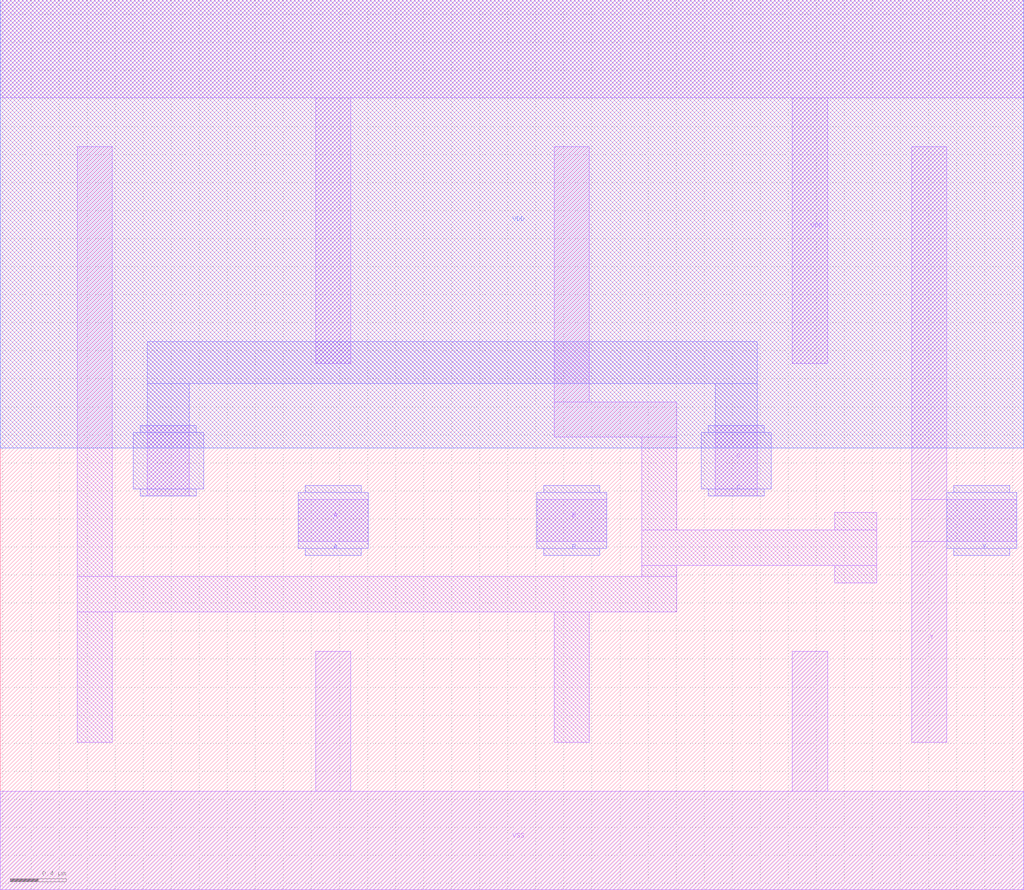
<source format=lef>
VERSION 5.7 ;
  NOWIREEXTENSIONATPIN ON ;
  DIVIDERCHAR "/" ;
  BUSBITCHARS "[]" ;
MACRO maj3
  CLASS BLOCK ;
  FOREIGN maj3 ;
  ORIGIN 1.220 4.645 ;
  SIZE 7.300 BY 6.350 ;
  PIN VDD
    USE POWER ;
    PORT
      LAYER Nwell ;
        RECT -1.220 -1.495 6.080 1.705 ;
      LAYER Metal1 ;
        RECT -1.220 1.005 6.080 1.705 ;
        RECT 1.030 -0.890 1.280 1.005 ;
        RECT 4.430 -0.890 4.680 1.005 ;
    END
  END VDD
  PIN VSS
    USE GROUND ;
    PORT
      LAYER Metal1 ;
        RECT 1.030 -3.945 1.280 -2.945 ;
        RECT 4.430 -3.945 4.680 -2.945 ;
        RECT -1.220 -4.645 6.080 -3.945 ;
    END
  END VSS
  PIN A
    ANTENNAGATEAREA 1.530000 ;
    PORT
      LAYER Metal1 ;
        RECT 0.905 -2.160 1.405 -1.860 ;
      LAYER Metal2 ;
        RECT 0.955 -1.810 1.355 -1.760 ;
        RECT 0.905 -2.210 1.405 -1.810 ;
        RECT 0.955 -2.260 1.355 -2.210 ;
    END
  END A
  PIN B
    ANTENNAGATEAREA 1.530000 ;
    PORT
      LAYER Metal1 ;
        RECT 2.605 -2.160 3.105 -1.860 ;
      LAYER Metal2 ;
        RECT 2.655 -1.810 3.055 -1.760 ;
        RECT 2.605 -2.210 3.105 -1.810 ;
        RECT 2.655 -2.260 3.055 -2.210 ;
    END
  END B
  PIN C
    ANTENNAGATEAREA 1.530000 ;
    PORT
      LAYER Metal1 ;
        RECT -0.170 -1.835 0.130 -1.335 ;
        RECT 3.880 -1.835 4.180 -1.335 ;
      LAYER Metal2 ;
        RECT -0.170 -1.035 4.180 -0.735 ;
        RECT -0.170 -1.335 0.130 -1.035 ;
        RECT 3.880 -1.335 4.180 -1.035 ;
        RECT -0.220 -1.385 0.180 -1.335 ;
        RECT 3.830 -1.385 4.230 -1.335 ;
        RECT -0.270 -1.785 0.230 -1.385 ;
        RECT 3.780 -1.785 4.280 -1.385 ;
        RECT -0.220 -1.835 0.180 -1.785 ;
        RECT 3.830 -1.835 4.230 -1.785 ;
    END
  END C
  PIN Y
    ANTENNADIFFAREA 1.275000 ;
    PORT
      LAYER Metal1 ;
        RECT 5.280 -1.860 5.530 0.655 ;
        RECT 5.280 -2.160 6.030 -1.860 ;
        RECT 5.280 -3.595 5.530 -2.160 ;
      LAYER Metal2 ;
        RECT 5.580 -1.810 5.980 -1.760 ;
        RECT 5.530 -2.210 6.030 -1.810 ;
        RECT 5.580 -2.260 5.980 -2.210 ;
    END
  END Y
  OBS
      LAYER Metal1 ;
        RECT -0.670 -2.410 -0.420 0.655 ;
        RECT 2.730 -1.165 2.980 0.655 ;
        RECT 2.730 -1.415 3.605 -1.165 ;
        RECT 3.355 -2.080 3.605 -1.415 ;
        RECT 4.730 -2.080 5.030 -1.955 ;
        RECT 3.355 -2.330 5.030 -2.080 ;
        RECT 3.355 -2.410 3.605 -2.330 ;
        RECT -0.670 -2.665 3.605 -2.410 ;
        RECT 4.730 -2.455 5.030 -2.330 ;
        RECT -0.670 -3.595 -0.420 -2.665 ;
        RECT 2.730 -3.595 2.980 -2.665 ;
  END
END maj3
END LIBRARY


</source>
